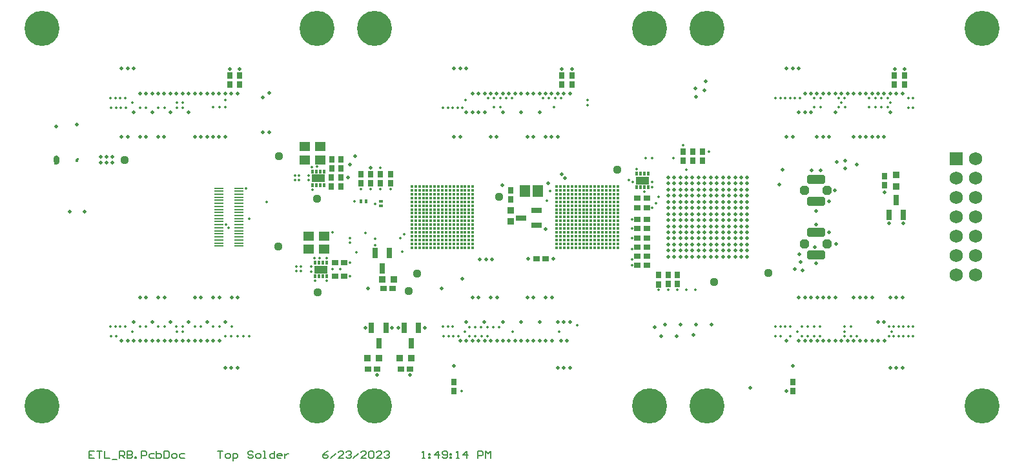
<source format=gts>
G04*
G04 #@! TF.GenerationSoftware,Altium Limited,Altium Designer,23.6.0 (18)*
G04*
G04 Layer_Color=8388736*
%FSLAX43Y43*%
%MOMM*%
G71*
G04*
G04 #@! TF.SameCoordinates,BD1C5E25-77D2-44B3-BBB9-DEE1D7037492*
G04*
G04*
G04 #@! TF.FilePolarity,Negative*
G04*
G01*
G75*
%ADD11C,0.200*%
%ADD36R,0.702X1.352*%
%ADD37C,1.118*%
G04:AMPARAMS|DCode=38|XSize=1.102mm|YSize=1.102mm|CornerRadius=0.176mm|HoleSize=0mm|Usage=FLASHONLY|Rotation=270.000|XOffset=0mm|YOffset=0mm|HoleType=Round|Shape=RoundedRectangle|*
%AMROUNDEDRECTD38*
21,1,1.102,0.750,0,0,270.0*
21,1,0.750,1.102,0,0,270.0*
1,1,0.352,-0.375,-0.375*
1,1,0.352,-0.375,0.375*
1,1,0.352,0.375,0.375*
1,1,0.352,0.375,-0.375*
%
%ADD38ROUNDEDRECTD38*%
G04:AMPARAMS|DCode=39|XSize=1.152mm|YSize=2.302mm|CornerRadius=0.182mm|HoleSize=0mm|Usage=FLASHONLY|Rotation=270.000|XOffset=0mm|YOffset=0mm|HoleType=Round|Shape=RoundedRectangle|*
%AMROUNDEDRECTD39*
21,1,1.152,1.938,0,0,270.0*
21,1,0.788,2.302,0,0,270.0*
1,1,0.364,-0.969,-0.394*
1,1,0.364,-0.969,0.394*
1,1,0.364,0.969,0.394*
1,1,0.364,0.969,-0.394*
%
%ADD39ROUNDEDRECTD39*%
%ADD40R,1.402X1.602*%
%ADD41R,0.902X0.702*%
%ADD42R,0.702X0.902*%
%ADD43R,0.802X0.902*%
%ADD44R,0.902X0.902*%
%ADD45C,0.502*%
%ADD46R,0.902X0.802*%
%ADD47R,1.196X0.276*%
%ADD48R,0.376X0.576*%
%ADD49R,1.676X0.976*%
%ADD50C,0.372*%
%ADD51R,1.452X1.202*%
%ADD52R,0.502X0.452*%
%ADD53R,0.902X0.902*%
%ADD54R,1.352X0.702*%
%ADD55R,0.452X0.502*%
%ADD56C,0.502*%
%ADD57C,0.350*%
%ADD58R,1.752X1.752*%
%ADD59C,1.752*%
%ADD60C,4.602*%
%ADD61C,0.349*%
G36*
X5126Y7870D02*
X5042Y7786D01*
Y7319D01*
X5033Y7309D01*
X5117Y7225D01*
Y7001D01*
X5238Y6880D01*
X5280Y6922D01*
X5416D01*
X5495Y7001D01*
X5626D01*
X5724Y7099D01*
X5733D01*
Y7132D01*
X5803Y7202D01*
Y7599D01*
X5757Y7646D01*
Y7814D01*
X5500Y8071D01*
X5289D01*
X5173Y7954D01*
X5154D01*
Y7903D01*
X5128Y7877D01*
Y7871D01*
X5126Y7870D01*
D02*
G37*
G36*
X8046Y7653D02*
X8013Y7654D01*
X7882Y7523D01*
Y7412D01*
X7948Y7347D01*
Y7302D01*
X7989Y7261D01*
X8177D01*
X8263Y7347D01*
Y7523D01*
X8288Y7548D01*
Y7728D01*
X8251Y7765D01*
X8206Y7720D01*
X8112D01*
X8046Y7653D01*
D02*
G37*
D11*
X10366Y-30667D02*
X9700D01*
Y-31667D01*
X10366D01*
X9700Y-31167D02*
X10033D01*
X10700Y-30667D02*
X11366D01*
X11033D01*
Y-31667D01*
X11699Y-30667D02*
Y-31667D01*
X12366D01*
X12699Y-31833D02*
X13365D01*
X13699Y-31667D02*
Y-30667D01*
X14199D01*
X14365Y-30834D01*
Y-31167D01*
X14199Y-31334D01*
X13699D01*
X14032D02*
X14365Y-31667D01*
X14698Y-30667D02*
Y-31667D01*
X15198D01*
X15365Y-31500D01*
Y-31334D01*
X15198Y-31167D01*
X14698D01*
X15198D01*
X15365Y-31000D01*
Y-30834D01*
X15198Y-30667D01*
X14698D01*
X15698Y-31667D02*
Y-31500D01*
X15865D01*
Y-31667D01*
X15698D01*
X16531D02*
Y-30667D01*
X17031D01*
X17198Y-30834D01*
Y-31167D01*
X17031Y-31334D01*
X16531D01*
X18197Y-31000D02*
X17697D01*
X17531Y-31167D01*
Y-31500D01*
X17697Y-31667D01*
X18197D01*
X18530Y-30667D02*
Y-31667D01*
X19030D01*
X19197Y-31500D01*
Y-31334D01*
Y-31167D01*
X19030Y-31000D01*
X18530D01*
X19530Y-30667D02*
Y-31667D01*
X20030D01*
X20197Y-31500D01*
Y-30834D01*
X20030Y-30667D01*
X19530D01*
X20696Y-31667D02*
X21030D01*
X21196Y-31500D01*
Y-31167D01*
X21030Y-31000D01*
X20696D01*
X20530Y-31167D01*
Y-31500D01*
X20696Y-31667D01*
X22196Y-31000D02*
X21696D01*
X21530Y-31167D01*
Y-31500D01*
X21696Y-31667D01*
X22196D01*
X26528Y-30667D02*
X27194D01*
X26861D01*
Y-31667D01*
X27694D02*
X28027D01*
X28194Y-31500D01*
Y-31167D01*
X28027Y-31000D01*
X27694D01*
X27528Y-31167D01*
Y-31500D01*
X27694Y-31667D01*
X28527Y-32000D02*
Y-31000D01*
X29027D01*
X29194Y-31167D01*
Y-31500D01*
X29027Y-31667D01*
X28527D01*
X31193Y-30834D02*
X31026Y-30667D01*
X30693D01*
X30527Y-30834D01*
Y-31000D01*
X30693Y-31167D01*
X31026D01*
X31193Y-31334D01*
Y-31500D01*
X31026Y-31667D01*
X30693D01*
X30527Y-31500D01*
X31693Y-31667D02*
X32026D01*
X32193Y-31500D01*
Y-31167D01*
X32026Y-31000D01*
X31693D01*
X31526Y-31167D01*
Y-31500D01*
X31693Y-31667D01*
X32526D02*
X32859D01*
X32693D01*
Y-30667D01*
X32526D01*
X34025D02*
Y-31667D01*
X33526D01*
X33359Y-31500D01*
Y-31167D01*
X33526Y-31000D01*
X34025D01*
X34859Y-31667D02*
X34525D01*
X34359Y-31500D01*
Y-31167D01*
X34525Y-31000D01*
X34859D01*
X35025Y-31167D01*
Y-31334D01*
X34359D01*
X35358Y-31000D02*
Y-31667D01*
Y-31334D01*
X35525Y-31167D01*
X35692Y-31000D01*
X35858D01*
X41023Y-30667D02*
X40690Y-30834D01*
X40357Y-31167D01*
Y-31500D01*
X40523Y-31667D01*
X40857D01*
X41023Y-31500D01*
Y-31334D01*
X40857Y-31167D01*
X40357D01*
X41356Y-31667D02*
X42023Y-31000D01*
X43023Y-31667D02*
X42356D01*
X43023Y-31000D01*
Y-30834D01*
X42856Y-30667D01*
X42523D01*
X42356Y-30834D01*
X43356D02*
X43522Y-30667D01*
X43856D01*
X44022Y-30834D01*
Y-31000D01*
X43856Y-31167D01*
X43689D01*
X43856D01*
X44022Y-31334D01*
Y-31500D01*
X43856Y-31667D01*
X43522D01*
X43356Y-31500D01*
X44355Y-31667D02*
X45022Y-31000D01*
X46022Y-31667D02*
X45355D01*
X46022Y-31000D01*
Y-30834D01*
X45855Y-30667D01*
X45522D01*
X45355Y-30834D01*
X46355D02*
X46521Y-30667D01*
X46855D01*
X47021Y-30834D01*
Y-31500D01*
X46855Y-31667D01*
X46521D01*
X46355Y-31500D01*
Y-30834D01*
X48021Y-31667D02*
X47355D01*
X48021Y-31000D01*
Y-30834D01*
X47854Y-30667D01*
X47521D01*
X47355Y-30834D01*
X48354D02*
X48521Y-30667D01*
X48854D01*
X49021Y-30834D01*
Y-31000D01*
X48854Y-31167D01*
X48687D01*
X48854D01*
X49021Y-31334D01*
Y-31500D01*
X48854Y-31667D01*
X48521D01*
X48354Y-31500D01*
X53353Y-31667D02*
X53686D01*
X53519D01*
Y-30667D01*
X53353Y-30834D01*
X54186Y-31000D02*
X54352D01*
Y-31167D01*
X54186D01*
Y-31000D01*
Y-31500D02*
X54352D01*
Y-31667D01*
X54186D01*
Y-31500D01*
X55519Y-31667D02*
Y-30667D01*
X55019Y-31167D01*
X55685D01*
X56018Y-31500D02*
X56185Y-31667D01*
X56518D01*
X56685Y-31500D01*
Y-30834D01*
X56518Y-30667D01*
X56185D01*
X56018Y-30834D01*
Y-31000D01*
X56185Y-31167D01*
X56685D01*
X57018Y-31000D02*
X57185D01*
Y-31167D01*
X57018D01*
Y-31000D01*
Y-31500D02*
X57185D01*
Y-31667D01*
X57018D01*
Y-31500D01*
X57851Y-31667D02*
X58184D01*
X58018D01*
Y-30667D01*
X57851Y-30834D01*
X59184Y-31667D02*
Y-30667D01*
X58684Y-31167D01*
X59351D01*
X60684Y-31667D02*
Y-30667D01*
X61183D01*
X61350Y-30834D01*
Y-31167D01*
X61183Y-31334D01*
X60684D01*
X61683Y-31667D02*
Y-30667D01*
X62016Y-31000D01*
X62350Y-30667D01*
Y-31667D01*
D36*
X116450Y250D02*
D03*
X115500Y2250D02*
D03*
X114550Y250D02*
D03*
X47168Y-4700D02*
D03*
X49068D02*
D03*
X48118Y-6700D02*
D03*
X51950Y-16550D02*
D03*
X47675Y-16550D02*
D03*
X52900Y-14550D02*
D03*
X48625Y-14550D02*
D03*
X51000Y-14550D02*
D03*
X46725Y-14550D02*
D03*
D37*
X63433Y2649D02*
D03*
X34575Y8025D02*
D03*
X14351Y7518D02*
D03*
X52700Y-7400D02*
D03*
X51600Y-9700D02*
D03*
X39625Y-9850D02*
D03*
X39600Y2400D02*
D03*
X78900Y6200D02*
D03*
X34500Y-3900D02*
D03*
X98781Y-7341D02*
D03*
X91669Y-8484D02*
D03*
D38*
X103500Y3500D02*
D03*
X106500D02*
D03*
X103500Y-3500D02*
D03*
X106500D02*
D03*
D39*
X105000Y2025D02*
D03*
Y4975D02*
D03*
Y-4975D02*
D03*
Y-2025D02*
D03*
D40*
X68566Y3429D02*
D03*
X66866D02*
D03*
D41*
X81600Y-1525D02*
D03*
X82800D02*
D03*
Y-5125D02*
D03*
X81600D02*
D03*
X82800Y-6325D02*
D03*
X81600D02*
D03*
X82800Y-3925D02*
D03*
X81600Y-325D02*
D03*
Y-2725D02*
D03*
X81600Y-3925D02*
D03*
X82800Y-325D02*
D03*
Y-2725D02*
D03*
D42*
X85600Y-8800D02*
D03*
Y-7600D02*
D03*
X86800D02*
D03*
Y-8800D02*
D03*
X90125Y8575D02*
D03*
X84400Y-8825D02*
D03*
Y-7625D02*
D03*
X90125Y7375D02*
D03*
X45300Y5600D02*
D03*
X46600D02*
D03*
X47900D02*
D03*
X49200D02*
D03*
X45300Y4400D02*
D03*
X46600D02*
D03*
X47900D02*
D03*
X49200D02*
D03*
D43*
X71700Y18600D02*
D03*
Y17400D02*
D03*
X73000Y18600D02*
D03*
Y17400D02*
D03*
X29400Y18600D02*
D03*
Y17400D02*
D03*
X28100Y18600D02*
D03*
Y17400D02*
D03*
X115300Y18600D02*
D03*
Y17400D02*
D03*
X116600Y18600D02*
D03*
Y17400D02*
D03*
X57545Y-22820D02*
D03*
Y-21620D02*
D03*
X101950Y-21625D02*
D03*
X114000Y5350D02*
D03*
X87575Y7375D02*
D03*
X88875D02*
D03*
X42700Y5200D02*
D03*
X41500Y7600D02*
D03*
Y6400D02*
D03*
X42700D02*
D03*
X64973Y2296D02*
D03*
X41400Y4000D02*
D03*
X42700Y4000D02*
D03*
X64973Y3496D02*
D03*
X87575Y8575D02*
D03*
X114000Y4150D02*
D03*
X41400Y5200D02*
D03*
X88875Y8575D02*
D03*
X42700Y7600D02*
D03*
X101950Y-22825D02*
D03*
D44*
X46175Y-18500D02*
D03*
X47675D02*
D03*
X51950D02*
D03*
X50450D02*
D03*
X48150Y-8175D02*
D03*
X49650D02*
D03*
D45*
X85600Y-2000D02*
D03*
X92000Y-5200D02*
D03*
X92800D02*
D03*
X93600D02*
D03*
X94400D02*
D03*
X95200D02*
D03*
X96000D02*
D03*
X92000Y-4400D02*
D03*
X92800D02*
D03*
X93600D02*
D03*
X94400D02*
D03*
X92000Y-3600D02*
D03*
X92800D02*
D03*
X93600D02*
D03*
X94400D02*
D03*
X96000Y-1200D02*
D03*
X94400Y-400D02*
D03*
X95200D02*
D03*
X96000D02*
D03*
X94400Y400D02*
D03*
X95200D02*
D03*
X96000D02*
D03*
X85600Y1200D02*
D03*
X94400D02*
D03*
X95200D02*
D03*
X96000D02*
D03*
X85600Y2000D02*
D03*
X86400D02*
D03*
X87200D02*
D03*
X94400D02*
D03*
X95200D02*
D03*
X96000D02*
D03*
X85600Y2800D02*
D03*
X86400D02*
D03*
X89600D02*
D03*
X90400D02*
D03*
X91200D02*
D03*
X94400D02*
D03*
X95200D02*
D03*
X85600Y3600D02*
D03*
X86400D02*
D03*
X87200D02*
D03*
X88000D02*
D03*
X88800D02*
D03*
X89600D02*
D03*
X90400D02*
D03*
X91200D02*
D03*
X92000D02*
D03*
X92800D02*
D03*
X93600D02*
D03*
X94400D02*
D03*
X95200D02*
D03*
X96000D02*
D03*
X85600Y4400D02*
D03*
X86400D02*
D03*
X87200D02*
D03*
X88000D02*
D03*
X88800D02*
D03*
X89600D02*
D03*
X90400D02*
D03*
X91200D02*
D03*
X92000D02*
D03*
X93600D02*
D03*
X94400D02*
D03*
X96000D02*
D03*
X85600Y5200D02*
D03*
X86400D02*
D03*
X87200D02*
D03*
X88000D02*
D03*
X88800D02*
D03*
X89600D02*
D03*
X90400D02*
D03*
X91200D02*
D03*
X92000D02*
D03*
X93600D02*
D03*
X94400D02*
D03*
X96000D02*
D03*
X89600Y400D02*
D03*
X88800D02*
D03*
X89600Y-400D02*
D03*
X88800D02*
D03*
X89600Y-1200D02*
D03*
X88800D02*
D03*
X89600Y-2000D02*
D03*
X88800D02*
D03*
X89600Y-2800D02*
D03*
X88800D02*
D03*
X88000Y-3600D02*
D03*
X92000Y-400D02*
D03*
X91200D02*
D03*
X90400D02*
D03*
X93600Y-1200D02*
D03*
X92800D02*
D03*
X92000D02*
D03*
X91200D02*
D03*
X90400D02*
D03*
X93600Y-2000D02*
D03*
X92800D02*
D03*
X92000D02*
D03*
X91200D02*
D03*
X90400D02*
D03*
X93600Y-2800D02*
D03*
X92800D02*
D03*
X92000D02*
D03*
X91200D02*
D03*
X90400D02*
D03*
X87200Y-5200D02*
D03*
X93600Y2800D02*
D03*
X92800D02*
D03*
X92000D02*
D03*
X88800D02*
D03*
X88000D02*
D03*
X93600Y2000D02*
D03*
X92800D02*
D03*
X92000D02*
D03*
X91200D02*
D03*
X90400D02*
D03*
X89600D02*
D03*
X88800D02*
D03*
X88000D02*
D03*
X93600Y1200D02*
D03*
X92800D02*
D03*
X92000D02*
D03*
X91200D02*
D03*
X90400D02*
D03*
X89600D02*
D03*
X88800D02*
D03*
X88000D02*
D03*
X93600Y400D02*
D03*
X92800D02*
D03*
X92000D02*
D03*
X91200D02*
D03*
X90400D02*
D03*
X88000D02*
D03*
X93600Y-400D02*
D03*
X92800D02*
D03*
X88000D02*
D03*
Y-1200D02*
D03*
Y-2000D02*
D03*
Y-2800D02*
D03*
X91200Y-3600D02*
D03*
X90400D02*
D03*
X89600D02*
D03*
X88800D02*
D03*
X91200Y-4400D02*
D03*
X90400D02*
D03*
X87200D02*
D03*
X91200Y-5200D02*
D03*
X90400D02*
D03*
X88000Y-4400D02*
D03*
Y-5200D02*
D03*
X88800Y-4400D02*
D03*
X89600D02*
D03*
X88800Y-5200D02*
D03*
X89600D02*
D03*
X96000Y-2000D02*
D03*
X95200Y-2800D02*
D03*
Y-4400D02*
D03*
Y4400D02*
D03*
X92800D02*
D03*
X95200Y5200D02*
D03*
X92800D02*
D03*
X96000Y-4400D02*
D03*
X87200Y2800D02*
D03*
X86400Y-5200D02*
D03*
X85600D02*
D03*
X86400Y-4400D02*
D03*
X85600D02*
D03*
X87200Y-3600D02*
D03*
X86400D02*
D03*
X85600D02*
D03*
X87200Y-2800D02*
D03*
X86400D02*
D03*
X85600D02*
D03*
X87200Y-2000D02*
D03*
X86400D02*
D03*
X87200Y-1200D02*
D03*
X86400D02*
D03*
X85600D02*
D03*
X87200Y-400D02*
D03*
X86400D02*
D03*
X85600D02*
D03*
X87200Y400D02*
D03*
X86400D02*
D03*
X85600D02*
D03*
X87200Y1200D02*
D03*
X86400D02*
D03*
X95200Y-3600D02*
D03*
X96000D02*
D03*
X94400Y-2800D02*
D03*
X96000D02*
D03*
X94400Y-2000D02*
D03*
X95200D02*
D03*
X94400Y-1200D02*
D03*
X95200D02*
D03*
X96000Y2800D02*
D03*
X27550Y-19800D02*
D03*
X28350D02*
D03*
X29150D02*
D03*
X71700Y5600D02*
D03*
X72100Y5100D02*
D03*
X63830Y4140D02*
D03*
X60755Y13761D02*
D03*
X59955D02*
D03*
X20355Y-16239D02*
D03*
X19555D02*
D03*
X18755D02*
D03*
X21155D02*
D03*
X16355D02*
D03*
X17155D02*
D03*
X26755D02*
D03*
X25155D02*
D03*
X24355D02*
D03*
X23555D02*
D03*
X22755D02*
D03*
X21955D02*
D03*
X25955D02*
D03*
X69571Y-1549D02*
D03*
X16355Y-10509D02*
D03*
X17155D02*
D03*
X17945Y-13761D02*
D03*
X15545D02*
D03*
X20345D02*
D03*
X22745D02*
D03*
X25145D02*
D03*
X27545D02*
D03*
X13955Y-16239D02*
D03*
X14755D02*
D03*
X15555D02*
D03*
X17955D02*
D03*
X26755Y-10509D02*
D03*
X25955D02*
D03*
X23555D02*
D03*
X24355D02*
D03*
X29155D02*
D03*
X28355D02*
D03*
X19555D02*
D03*
X18755D02*
D03*
X69901Y4470D02*
D03*
X12700Y7899D02*
D03*
X110363Y6858D02*
D03*
X108839Y6350D02*
D03*
X107696Y7239D02*
D03*
X108839Y7366D02*
D03*
X91313Y-14097D02*
D03*
X106680Y2032D02*
D03*
X105004Y-965D02*
D03*
X104877Y-3988D02*
D03*
X104996Y-6027D02*
D03*
X90551Y17780D02*
D03*
X105613Y6147D02*
D03*
X104419D02*
D03*
X107493Y3505D02*
D03*
X107620Y-3505D02*
D03*
X106702Y-2025D02*
D03*
X105004Y813D02*
D03*
X46253Y-9398D02*
D03*
X90399Y16662D02*
D03*
X89205Y16840D02*
D03*
X89306Y15748D02*
D03*
X102800Y-4900D02*
D03*
X102225Y-6800D02*
D03*
X103250Y-7000D02*
D03*
X102975Y-5875D02*
D03*
X100628Y6172D02*
D03*
X100225Y4275D02*
D03*
X70600Y-5475D02*
D03*
X46600Y6500D02*
D03*
X43650Y5200D02*
D03*
X44600Y8000D02*
D03*
X43900Y6900D02*
D03*
X96400Y-22400D02*
D03*
D46*
X68350Y-5475D02*
D03*
X69550D02*
D03*
X50581Y-19939D02*
D03*
X46263D02*
D03*
X41925Y-5975D02*
D03*
X49500Y-9400D02*
D03*
X41925Y-7775D02*
D03*
X81600Y2500D02*
D03*
X81600Y1200D02*
D03*
X48300Y-9400D02*
D03*
X51781Y-19939D02*
D03*
X47463D02*
D03*
X82800Y1200D02*
D03*
X43125Y-7775D02*
D03*
Y-5975D02*
D03*
X82800Y2500D02*
D03*
D47*
X26670Y-3800D02*
D03*
Y-200D02*
D03*
Y200D02*
D03*
X29330Y1000D02*
D03*
X26670D02*
D03*
X29330Y1400D02*
D03*
X26670D02*
D03*
X29330Y2200D02*
D03*
Y2600D02*
D03*
X26670Y3800D02*
D03*
Y3400D02*
D03*
X29330Y-3400D02*
D03*
Y-3800D02*
D03*
Y3800D02*
D03*
Y3400D02*
D03*
X26670Y3000D02*
D03*
X29330D02*
D03*
X26670Y2600D02*
D03*
Y1800D02*
D03*
X29330D02*
D03*
X26670Y600D02*
D03*
X29330D02*
D03*
X26670Y-600D02*
D03*
X29330D02*
D03*
X26670Y-1800D02*
D03*
X29330D02*
D03*
X26670Y-3000D02*
D03*
X29330D02*
D03*
X26670Y-1000D02*
D03*
Y-1400D02*
D03*
Y-2200D02*
D03*
Y-2600D02*
D03*
Y2200D02*
D03*
X29330Y-1000D02*
D03*
Y-1400D02*
D03*
Y-2200D02*
D03*
Y-2600D02*
D03*
Y-200D02*
D03*
Y200D02*
D03*
X26670Y-3400D02*
D03*
D48*
X40325Y-7775D02*
D03*
X39825D02*
D03*
X40325Y-5975D02*
D03*
X39325Y-7775D02*
D03*
X40825D02*
D03*
Y-5975D02*
D03*
X39825D02*
D03*
X39325D02*
D03*
X39000Y6000D02*
D03*
X39500D02*
D03*
X40500D02*
D03*
Y4200D02*
D03*
X81500Y3900D02*
D03*
Y5700D02*
D03*
X39000Y4200D02*
D03*
X83000Y5700D02*
D03*
X40000Y6000D02*
D03*
X82000Y3900D02*
D03*
X83000D02*
D03*
X82500D02*
D03*
Y5700D02*
D03*
X82000D02*
D03*
X39500Y4200D02*
D03*
X40000D02*
D03*
D49*
X40075Y-6875D02*
D03*
X39750Y5100D02*
D03*
X82250Y4800D02*
D03*
D50*
X75500Y-500D02*
D03*
Y0D02*
D03*
X72500Y-1000D02*
D03*
Y-500D02*
D03*
Y0D02*
D03*
Y500D02*
D03*
X71500Y2500D02*
D03*
X79000Y-4000D02*
D03*
X78500D02*
D03*
X78000D02*
D03*
X77500D02*
D03*
X76500D02*
D03*
X75500D02*
D03*
X75000D02*
D03*
X74500D02*
D03*
X73500D02*
D03*
X72500D02*
D03*
X71000D02*
D03*
X79000Y-3500D02*
D03*
X78500D02*
D03*
X78000D02*
D03*
X77500D02*
D03*
X76500D02*
D03*
X75500D02*
D03*
X75000D02*
D03*
X74500D02*
D03*
X73500D02*
D03*
X72500D02*
D03*
X71500D02*
D03*
X71000D02*
D03*
X79000Y-3000D02*
D03*
X78500D02*
D03*
X78000D02*
D03*
X77500D02*
D03*
X77000D02*
D03*
X76500D02*
D03*
X76000D02*
D03*
X75500D02*
D03*
X75000D02*
D03*
X74500D02*
D03*
X74000D02*
D03*
X73500D02*
D03*
X73000D02*
D03*
X72500D02*
D03*
X72000D02*
D03*
X78000Y-2500D02*
D03*
X77500D02*
D03*
X77000D02*
D03*
X76500D02*
D03*
X76000D02*
D03*
X75500D02*
D03*
X75000D02*
D03*
X74500D02*
D03*
X74000D02*
D03*
X73500D02*
D03*
X73000D02*
D03*
X72500D02*
D03*
X79000Y-2000D02*
D03*
X78500D02*
D03*
X78000D02*
D03*
X77500D02*
D03*
X77000D02*
D03*
X76500D02*
D03*
X76000D02*
D03*
X75500D02*
D03*
X75000D02*
D03*
X74500D02*
D03*
X74000D02*
D03*
X73500D02*
D03*
X73000D02*
D03*
X72500D02*
D03*
X78000Y-1500D02*
D03*
X77500D02*
D03*
X76000D02*
D03*
X75500D02*
D03*
X75000D02*
D03*
X74500D02*
D03*
X74000D02*
D03*
X73500D02*
D03*
X73000D02*
D03*
X72500D02*
D03*
X71000D02*
D03*
X79000Y-1000D02*
D03*
X78500D02*
D03*
X78000D02*
D03*
X77500D02*
D03*
X75000D02*
D03*
X74500D02*
D03*
X74000D02*
D03*
X73500D02*
D03*
X73000D02*
D03*
X71000D02*
D03*
X79000Y-500D02*
D03*
X78500D02*
D03*
X78000D02*
D03*
X77500D02*
D03*
X79000Y0D02*
D03*
X78500D02*
D03*
X78000D02*
D03*
X77500D02*
D03*
X78000Y500D02*
D03*
X77500D02*
D03*
X79000Y1000D02*
D03*
X78500D02*
D03*
X78000D02*
D03*
X77500D02*
D03*
X78000Y1500D02*
D03*
X77500D02*
D03*
X77000D02*
D03*
X76500D02*
D03*
X76000D02*
D03*
X75500D02*
D03*
X74000D02*
D03*
X73500D02*
D03*
X73000D02*
D03*
X79000Y2000D02*
D03*
X78500D02*
D03*
X78000D02*
D03*
X77500D02*
D03*
X77000D02*
D03*
X76500D02*
D03*
X76000D02*
D03*
X75500D02*
D03*
X74000D02*
D03*
X73500D02*
D03*
X73000D02*
D03*
X71000D02*
D03*
X79000Y2500D02*
D03*
X78500D02*
D03*
X78000D02*
D03*
X77500D02*
D03*
X77000D02*
D03*
X76500D02*
D03*
X76000D02*
D03*
X75500D02*
D03*
X75000D02*
D03*
X74500D02*
D03*
X74000D02*
D03*
X73500D02*
D03*
X73000D02*
D03*
X72500D02*
D03*
X71000D02*
D03*
X79000Y3000D02*
D03*
X78500D02*
D03*
X78000D02*
D03*
X77500D02*
D03*
X77000D02*
D03*
X76500D02*
D03*
X76000D02*
D03*
X75500D02*
D03*
X75000D02*
D03*
X74500D02*
D03*
X74000D02*
D03*
X73500D02*
D03*
X73000D02*
D03*
X72500D02*
D03*
X72000D02*
D03*
X71500D02*
D03*
X71000D02*
D03*
X79000Y3500D02*
D03*
X78500D02*
D03*
X78000D02*
D03*
X77000D02*
D03*
X76000D02*
D03*
X75000D02*
D03*
X74000D02*
D03*
X73500D02*
D03*
X73000D02*
D03*
X72500D02*
D03*
X72000D02*
D03*
X79000Y4000D02*
D03*
X78500D02*
D03*
X78000D02*
D03*
X77000D02*
D03*
X76000D02*
D03*
X75000D02*
D03*
X74000D02*
D03*
X73500D02*
D03*
X73000D02*
D03*
X72500D02*
D03*
X72000D02*
D03*
Y2500D02*
D03*
X71500Y2000D02*
D03*
X73000Y1000D02*
D03*
X71500Y-2500D02*
D03*
X72000Y-3500D02*
D03*
Y2000D02*
D03*
Y1500D02*
D03*
Y1000D02*
D03*
Y500D02*
D03*
Y0D02*
D03*
Y-500D02*
D03*
Y-1000D02*
D03*
Y-1500D02*
D03*
Y-2000D02*
D03*
X72500Y2000D02*
D03*
X73000Y0D02*
D03*
X73500D02*
D03*
Y-500D02*
D03*
X74000Y0D02*
D03*
Y-500D02*
D03*
X74500Y0D02*
D03*
Y-500D02*
D03*
X75000Y0D02*
D03*
Y-500D02*
D03*
X75500Y-1000D02*
D03*
X76000Y0D02*
D03*
Y-500D02*
D03*
Y-1000D02*
D03*
X76500Y-500D02*
D03*
Y-1000D02*
D03*
Y-1500D02*
D03*
X77000Y-500D02*
D03*
Y-1000D02*
D03*
Y-1500D02*
D03*
X74500Y2000D02*
D03*
X75000D02*
D03*
X74500Y1500D02*
D03*
X75000D02*
D03*
X73000Y-500D02*
D03*
X71000Y1500D02*
D03*
Y0D02*
D03*
Y-500D02*
D03*
Y-2000D02*
D03*
X71500Y1500D02*
D03*
Y1000D02*
D03*
Y500D02*
D03*
Y0D02*
D03*
Y-500D02*
D03*
Y-1000D02*
D03*
Y-1500D02*
D03*
Y-2000D02*
D03*
X72500Y1500D02*
D03*
Y1000D02*
D03*
X73000Y500D02*
D03*
X73500Y1000D02*
D03*
Y500D02*
D03*
X74000Y1000D02*
D03*
Y500D02*
D03*
X74500Y1000D02*
D03*
Y500D02*
D03*
X75000Y1000D02*
D03*
Y500D02*
D03*
X75500Y1000D02*
D03*
Y500D02*
D03*
X76000Y1000D02*
D03*
Y500D02*
D03*
X76500Y1000D02*
D03*
Y500D02*
D03*
Y0D02*
D03*
X77000Y1000D02*
D03*
Y500D02*
D03*
Y0D02*
D03*
X71500Y-4000D02*
D03*
X72000D02*
D03*
Y-2500D02*
D03*
X71000Y500D02*
D03*
Y1000D02*
D03*
Y-2500D02*
D03*
Y-3000D02*
D03*
X73000Y-4000D02*
D03*
Y-3500D02*
D03*
X76000Y-4000D02*
D03*
Y-3500D02*
D03*
X79000Y-2500D02*
D03*
X78500D02*
D03*
X79000Y500D02*
D03*
X78500D02*
D03*
X77500Y4000D02*
D03*
Y3500D02*
D03*
X75500Y4000D02*
D03*
Y3500D02*
D03*
X74000Y-4000D02*
D03*
Y-3500D02*
D03*
X77000Y-4000D02*
D03*
Y-3500D02*
D03*
X79000Y-1500D02*
D03*
X78500D02*
D03*
X79000Y1500D02*
D03*
X78500D02*
D03*
X76500Y4000D02*
D03*
Y3500D02*
D03*
X74500Y4000D02*
D03*
Y3500D02*
D03*
X71500Y-3000D02*
D03*
Y4000D02*
D03*
X71000D02*
D03*
X71500Y3500D02*
D03*
X71000D02*
D03*
X55500Y4000D02*
D03*
X57000Y-2000D02*
D03*
X52000Y2500D02*
D03*
X58500D02*
D03*
X59000D02*
D03*
X56000D02*
D03*
X57000Y-1500D02*
D03*
X57500Y-2000D02*
D03*
X52500Y-3000D02*
D03*
X53000Y3000D02*
D03*
X52500Y-4000D02*
D03*
X56000Y3000D02*
D03*
X57000Y2500D02*
D03*
Y3000D02*
D03*
X55000Y-2500D02*
D03*
Y-3000D02*
D03*
X53500Y2500D02*
D03*
Y3000D02*
D03*
X54000Y2500D02*
D03*
Y3000D02*
D03*
X59000Y3500D02*
D03*
Y4000D02*
D03*
X58500Y3000D02*
D03*
X59000D02*
D03*
X59500Y4000D02*
D03*
X60000D02*
D03*
X59500Y3500D02*
D03*
X60000D02*
D03*
X55500D02*
D03*
X57500D02*
D03*
Y4000D02*
D03*
X59500Y1500D02*
D03*
X60000D02*
D03*
X59500Y-1500D02*
D03*
X60000D02*
D03*
X58000Y-3500D02*
D03*
Y-4000D02*
D03*
X55000Y-3500D02*
D03*
Y-4000D02*
D03*
X52500Y2500D02*
D03*
X59500Y-500D02*
D03*
X60000D02*
D03*
Y-4000D02*
D03*
X59500D02*
D03*
X60000Y-3500D02*
D03*
X59500D02*
D03*
X60000Y-3000D02*
D03*
X59500D02*
D03*
X53000Y-2500D02*
D03*
X52000Y-1500D02*
D03*
Y-1000D02*
D03*
Y500D02*
D03*
Y1000D02*
D03*
X52500Y4000D02*
D03*
X54000Y1500D02*
D03*
Y2000D02*
D03*
X54500Y1500D02*
D03*
Y2000D02*
D03*
X55500Y-1500D02*
D03*
X54500Y-1000D02*
D03*
X53000Y-4000D02*
D03*
X55500Y2000D02*
D03*
Y1500D02*
D03*
X52000D02*
D03*
Y0D02*
D03*
Y-500D02*
D03*
Y-2000D02*
D03*
X52500Y1500D02*
D03*
Y1000D02*
D03*
Y500D02*
D03*
Y0D02*
D03*
Y-500D02*
D03*
Y-1000D02*
D03*
Y-1500D02*
D03*
Y-2000D02*
D03*
X53500Y1500D02*
D03*
Y1000D02*
D03*
X54000Y500D02*
D03*
X54500Y1000D02*
D03*
Y500D02*
D03*
X55000Y1000D02*
D03*
Y500D02*
D03*
X55500Y1000D02*
D03*
Y500D02*
D03*
X56000Y1000D02*
D03*
Y500D02*
D03*
X56500Y1000D02*
D03*
Y500D02*
D03*
X57000Y1000D02*
D03*
Y500D02*
D03*
X57500Y1000D02*
D03*
Y500D02*
D03*
Y0D02*
D03*
X58000Y1000D02*
D03*
Y500D02*
D03*
Y0D02*
D03*
Y-2000D02*
D03*
Y2500D02*
D03*
Y3000D02*
D03*
X56000Y-2500D02*
D03*
Y-3000D02*
D03*
X54000Y-2500D02*
D03*
Y-3000D02*
D03*
X56500Y3500D02*
D03*
Y4000D02*
D03*
X58500Y3500D02*
D03*
Y4000D02*
D03*
X59500Y500D02*
D03*
X60000D02*
D03*
X59500Y-2500D02*
D03*
X60000D02*
D03*
X57000Y-3500D02*
D03*
Y-4000D02*
D03*
X54000Y-3500D02*
D03*
Y-4000D02*
D03*
X58500Y-2500D02*
D03*
Y-3000D02*
D03*
X58000Y-2500D02*
D03*
Y-3000D02*
D03*
X56500Y-3500D02*
D03*
Y-4000D02*
D03*
X56000Y-3500D02*
D03*
Y-4000D02*
D03*
X53500Y-2500D02*
D03*
Y-3000D02*
D03*
Y-3500D02*
D03*
Y-4000D02*
D03*
X52000Y3000D02*
D03*
Y3500D02*
D03*
Y4000D02*
D03*
X52500Y3500D02*
D03*
X53000Y2500D02*
D03*
X52000Y2000D02*
D03*
X56000D02*
D03*
Y1500D02*
D03*
X54000Y1000D02*
D03*
Y-500D02*
D03*
X52500Y-2500D02*
D03*
X53000Y-3500D02*
D03*
Y2000D02*
D03*
Y1500D02*
D03*
Y1000D02*
D03*
Y500D02*
D03*
Y0D02*
D03*
Y-500D02*
D03*
Y-1000D02*
D03*
Y-1500D02*
D03*
Y-2000D02*
D03*
X53500Y2000D02*
D03*
X54000Y0D02*
D03*
X54500D02*
D03*
Y-500D02*
D03*
X55000Y0D02*
D03*
Y-500D02*
D03*
X55500Y0D02*
D03*
Y-500D02*
D03*
X56000Y0D02*
D03*
Y-500D02*
D03*
X56500Y-1000D02*
D03*
X57000Y0D02*
D03*
Y-500D02*
D03*
Y-1000D02*
D03*
X57500Y-500D02*
D03*
Y-1000D02*
D03*
Y-1500D02*
D03*
X58000Y-500D02*
D03*
Y-1000D02*
D03*
Y-1500D02*
D03*
X56500Y-500D02*
D03*
Y0D02*
D03*
X53500Y-1000D02*
D03*
Y-500D02*
D03*
Y0D02*
D03*
Y500D02*
D03*
X59000Y-4000D02*
D03*
X58500D02*
D03*
X57500D02*
D03*
X55500D02*
D03*
X54500D02*
D03*
X52000D02*
D03*
X59000Y-3500D02*
D03*
X58500D02*
D03*
X57500D02*
D03*
X55500D02*
D03*
X54500D02*
D03*
X52500D02*
D03*
X52000D02*
D03*
X59000Y-3000D02*
D03*
X57500D02*
D03*
X57000D02*
D03*
X56500D02*
D03*
X55500D02*
D03*
X54500D02*
D03*
X53000D02*
D03*
X52000D02*
D03*
X59000Y-2500D02*
D03*
X57500D02*
D03*
X57000D02*
D03*
X56500D02*
D03*
X55500D02*
D03*
X54500D02*
D03*
X52000D02*
D03*
X60000Y-2000D02*
D03*
X59500D02*
D03*
X59000D02*
D03*
X58500D02*
D03*
X56500D02*
D03*
X56000D02*
D03*
X55500D02*
D03*
X55000D02*
D03*
X54500D02*
D03*
X54000D02*
D03*
X53500D02*
D03*
X59000Y-1500D02*
D03*
X58500D02*
D03*
X56500D02*
D03*
X56000D02*
D03*
X55000D02*
D03*
X54500D02*
D03*
X54000D02*
D03*
X53500D02*
D03*
X60000Y-1000D02*
D03*
X59500D02*
D03*
X59000D02*
D03*
X58500D02*
D03*
X56000D02*
D03*
X55500D02*
D03*
X55000D02*
D03*
X54000D02*
D03*
X59000Y-500D02*
D03*
X58500D02*
D03*
X60000Y0D02*
D03*
X59500D02*
D03*
X59000D02*
D03*
X58500D02*
D03*
X59000Y500D02*
D03*
X58500D02*
D03*
X60000Y1000D02*
D03*
X59500D02*
D03*
X59000D02*
D03*
X58500D02*
D03*
X59000Y1500D02*
D03*
X58500D02*
D03*
X58000D02*
D03*
X57500D02*
D03*
X57000D02*
D03*
X56500D02*
D03*
X55000D02*
D03*
X60000Y2000D02*
D03*
X59500D02*
D03*
X59000D02*
D03*
X58500D02*
D03*
X58000D02*
D03*
X57500D02*
D03*
X57000D02*
D03*
X56500D02*
D03*
X55000D02*
D03*
X52500D02*
D03*
X60000Y2500D02*
D03*
X59500D02*
D03*
X57500D02*
D03*
X56500D02*
D03*
X55500D02*
D03*
X55000D02*
D03*
X54500D02*
D03*
X60000Y3000D02*
D03*
X59500D02*
D03*
X57500D02*
D03*
X56500D02*
D03*
X55500D02*
D03*
X55000D02*
D03*
X54500D02*
D03*
X52500D02*
D03*
X58000Y3500D02*
D03*
X57000D02*
D03*
X56000D02*
D03*
X55000D02*
D03*
X54500D02*
D03*
X54000D02*
D03*
X53500D02*
D03*
X53000D02*
D03*
X58000Y4000D02*
D03*
X57000D02*
D03*
X56000D02*
D03*
X55000D02*
D03*
X54500D02*
D03*
X54000D02*
D03*
X53500D02*
D03*
X53000D02*
D03*
D51*
X40500Y-2475D02*
D03*
Y-4225D02*
D03*
X38500D02*
D03*
X38000Y7507D02*
D03*
X40000D02*
D03*
X38000Y9257D02*
D03*
X40000D02*
D03*
X38500Y-2475D02*
D03*
D52*
X47950Y1450D02*
D03*
Y2100D02*
D03*
D53*
X115500Y4000D02*
D03*
Y5500D02*
D03*
X64973Y-580D02*
D03*
Y920D02*
D03*
D54*
X68350Y-1050D02*
D03*
X66350Y-100D02*
D03*
X68350Y850D02*
D03*
D55*
X45350Y2100D02*
D03*
X46000D02*
D03*
D56*
X59155Y13761D02*
D03*
X68755D02*
D03*
X71145Y10509D02*
D03*
X66355Y13761D02*
D03*
X63955D02*
D03*
X61555D02*
D03*
X114755D02*
D03*
X109945Y10509D02*
D03*
X102755Y13761D02*
D03*
X107555D02*
D03*
X105145Y10509D02*
D03*
X112345D02*
D03*
X72352Y-16231D02*
D03*
X71552D02*
D03*
X59155Y19491D02*
D03*
X58355D02*
D03*
X57555D02*
D03*
X114750Y-19800D02*
D03*
X115550D02*
D03*
X116350D02*
D03*
X72750D02*
D03*
X71950D02*
D03*
X71150D02*
D03*
X13955Y19491D02*
D03*
X14755D02*
D03*
X15555D02*
D03*
X101155D02*
D03*
X101955D02*
D03*
X102755D02*
D03*
X60900Y-5550D02*
D03*
X58598Y-8077D02*
D03*
X55900Y-9400D02*
D03*
X20345Y16239D02*
D03*
X108355Y-16239D02*
D03*
X114554Y-787D02*
D03*
X107555Y-16239D02*
D03*
X63155D02*
D03*
X72745Y-13761D02*
D03*
X71945D02*
D03*
X103555Y13761D02*
D03*
X104355D02*
D03*
X113145Y-13761D02*
D03*
X113945D02*
D03*
X109945Y16239D02*
D03*
X110745D02*
D03*
X111545D02*
D03*
X109145D02*
D03*
X113945D02*
D03*
X113145D02*
D03*
X103545D02*
D03*
X105145D02*
D03*
X105945D02*
D03*
X106745D02*
D03*
X107545D02*
D03*
X108345D02*
D03*
X104345D02*
D03*
X112345D02*
D03*
X114745D02*
D03*
X115545D02*
D03*
X116345D02*
D03*
X66345D02*
D03*
X67145D02*
D03*
X67945D02*
D03*
X65545D02*
D03*
X70345D02*
D03*
X69545D02*
D03*
X59945D02*
D03*
X61545D02*
D03*
X62345D02*
D03*
X63145D02*
D03*
X63945D02*
D03*
X64745D02*
D03*
X60745D02*
D03*
X68745D02*
D03*
X71145D02*
D03*
X71945D02*
D03*
X72745D02*
D03*
X27545Y10509D02*
D03*
X25145D02*
D03*
X29145Y16239D02*
D03*
X28345D02*
D03*
X27545D02*
D03*
X25145D02*
D03*
X17145D02*
D03*
X21145D02*
D03*
X19545D02*
D03*
X18745D02*
D03*
X17945D02*
D03*
X16345D02*
D03*
X25945D02*
D03*
X26745D02*
D03*
X21945D02*
D03*
X24345D02*
D03*
X23545D02*
D03*
X22745D02*
D03*
X69555Y-16239D02*
D03*
X67155D02*
D03*
X67955D02*
D03*
X68755D02*
D03*
X64755D02*
D03*
X62355D02*
D03*
X63955D02*
D03*
X70355D02*
D03*
X66355D02*
D03*
X65555D02*
D03*
X60755D02*
D03*
X58355D02*
D03*
X59155D02*
D03*
X59955D02*
D03*
X61555D02*
D03*
X57545Y-19491D02*
D03*
X116459Y-813D02*
D03*
X105955Y-16239D02*
D03*
X106755D02*
D03*
X113155D02*
D03*
X112355D02*
D03*
X111555D02*
D03*
X110755D02*
D03*
X68745Y-13761D02*
D03*
X113955Y-16239D02*
D03*
X109155D02*
D03*
X109955D02*
D03*
X114755Y-10509D02*
D03*
X112355D02*
D03*
X109955D02*
D03*
X107555D02*
D03*
X105155D02*
D03*
X102755D02*
D03*
X101155Y-16239D02*
D03*
X102755D02*
D03*
X101945Y-19491D02*
D03*
X105155Y-16239D02*
D03*
X104355D02*
D03*
X103555D02*
D03*
X25945Y10509D02*
D03*
X17145D02*
D03*
X16345D02*
D03*
X69555Y-10509D02*
D03*
X70355D02*
D03*
X24345Y10509D02*
D03*
X23545D02*
D03*
X14745D02*
D03*
X13945D02*
D03*
X67945D02*
D03*
X67145D02*
D03*
X101145D02*
D03*
X101945D02*
D03*
X58345D02*
D03*
X57545D02*
D03*
X111545D02*
D03*
X110745D02*
D03*
X26745D02*
D03*
X70345D02*
D03*
X69545D02*
D03*
X113945D02*
D03*
X113145D02*
D03*
X103555Y-10509D02*
D03*
X104355D02*
D03*
X60755D02*
D03*
X59955D02*
D03*
X59132Y-13748D02*
D03*
X61532D02*
D03*
X63932D02*
D03*
X66332D02*
D03*
X71132D02*
D03*
X15555Y13761D02*
D03*
X17955D02*
D03*
X20355D02*
D03*
X22755D02*
D03*
X19545Y10509D02*
D03*
X18745D02*
D03*
X63145D02*
D03*
X62345D02*
D03*
X106745D02*
D03*
X105945D02*
D03*
X110755Y-10509D02*
D03*
X111555D02*
D03*
X67155D02*
D03*
X67955D02*
D03*
X105955D02*
D03*
X106755D02*
D03*
X115555D02*
D03*
X116355D02*
D03*
X62368Y-10522D02*
D03*
X63168D02*
D03*
X8103Y12141D02*
D03*
X11176Y7137D02*
D03*
X11938Y7899D02*
D03*
X12700Y7137D02*
D03*
X11176Y7899D02*
D03*
X11938Y7137D02*
D03*
X113995Y3226D02*
D03*
X115311Y19450D02*
D03*
X116611D02*
D03*
X88900Y-15494D02*
D03*
X89281Y-14097D02*
D03*
X86741Y-15621D02*
D03*
X85217Y-14097D02*
D03*
X87249D02*
D03*
X84709Y-15621D02*
D03*
X5385Y11862D02*
D03*
X32500Y15700D02*
D03*
X9068Y730D02*
D03*
X7168Y730D02*
D03*
X47463Y-20739D02*
D03*
X51781D02*
D03*
X62525Y-5550D02*
D03*
X61725D02*
D03*
X83820Y-14478D02*
D03*
X32436Y11151D02*
D03*
X33299Y11125D02*
D03*
X71700Y19450D02*
D03*
X73000D02*
D03*
X50200Y-14550D02*
D03*
X45925Y-14550D02*
D03*
X53700Y-14550D02*
D03*
X49425Y-14550D02*
D03*
X28100Y19450D02*
D03*
X29400D02*
D03*
X33300Y16300D02*
D03*
X67250Y-5475D02*
D03*
X101150Y-22825D02*
D03*
D57*
X75057Y14656D02*
D03*
Y15392D02*
D03*
X70612Y14427D02*
D03*
X62776Y14430D02*
D03*
X63576D02*
D03*
X71576Y15570D02*
D03*
X70776D02*
D03*
X69976D02*
D03*
X69176D02*
D03*
X65176D02*
D03*
X64381D02*
D03*
X63576D02*
D03*
X62776D02*
D03*
X61976D02*
D03*
X59004Y15367D02*
D03*
X56730Y14379D02*
D03*
X56095D02*
D03*
X57365D02*
D03*
X58000D02*
D03*
X58635D02*
D03*
X105576Y14430D02*
D03*
X104776D02*
D03*
Y15570D02*
D03*
X105576D02*
D03*
X102870Y15621D02*
D03*
X102235D02*
D03*
X107975Y14427D02*
D03*
X108788D02*
D03*
X108776Y15570D02*
D03*
X107976D02*
D03*
X112776Y14430D02*
D03*
X113576D02*
D03*
X114376D02*
D03*
X111976D02*
D03*
Y15570D02*
D03*
X114376D02*
D03*
X113576D02*
D03*
X112776D02*
D03*
X117728Y14378D02*
D03*
X117093D02*
D03*
X114555Y-15621D02*
D03*
X115190D02*
D03*
X114555Y-14379D02*
D03*
X115190D02*
D03*
X110363Y-15621D02*
D03*
X109550Y-14379D02*
D03*
X108737Y-15011D02*
D03*
Y-14379D02*
D03*
X63424Y-14450D02*
D03*
X62654D02*
D03*
X61883D02*
D03*
X61112D02*
D03*
X60342D02*
D03*
X59554D02*
D03*
X116460Y-14379D02*
D03*
X115825D02*
D03*
X117095D02*
D03*
X117730D02*
D03*
Y-15621D02*
D03*
X117095D02*
D03*
X115825D02*
D03*
X116460D02*
D03*
X109550D02*
D03*
X103163D02*
D03*
X103950D02*
D03*
X104738D02*
D03*
X105525D02*
D03*
X103163Y-14379D02*
D03*
X103950D02*
D03*
X104738D02*
D03*
X105525D02*
D03*
X101675Y-15621D02*
D03*
X100330D02*
D03*
X99695D02*
D03*
X100330Y-14379D02*
D03*
X99695D02*
D03*
X100965D02*
D03*
X101600D02*
D03*
X61925Y-15621D02*
D03*
X61138D02*
D03*
X60350D02*
D03*
X59563D02*
D03*
X58075D02*
D03*
X71323Y-15011D02*
D03*
X65202D02*
D03*
X73685Y-14199D02*
D03*
X57440Y-15621D02*
D03*
X56805D02*
D03*
X56170D02*
D03*
X56730Y-14379D02*
D03*
X56095D02*
D03*
X57365D02*
D03*
X58991Y-15011D02*
D03*
X30717Y-15624D02*
D03*
X29929D02*
D03*
X29142D02*
D03*
X28329D02*
D03*
X27542D02*
D03*
X28371Y-14376D02*
D03*
X25971D02*
D03*
X26758D02*
D03*
X23571D02*
D03*
X24358D02*
D03*
X21156Y-14402D02*
D03*
X21944D02*
D03*
X19558Y-14376D02*
D03*
X18771D02*
D03*
X17145D02*
D03*
X16332D02*
D03*
X21158Y-15014D02*
D03*
X15391Y-15011D02*
D03*
X21944D02*
D03*
X14400Y-14379D02*
D03*
X13765D02*
D03*
X12495D02*
D03*
X13130D02*
D03*
X12570Y-15621D02*
D03*
X13205D02*
D03*
X26746Y14453D02*
D03*
X25959D02*
D03*
X27559D02*
D03*
X21946Y14376D02*
D03*
X21158D02*
D03*
X27559Y15367D02*
D03*
X19558Y14376D02*
D03*
X18771D02*
D03*
X17145D02*
D03*
X16332D02*
D03*
X13840Y14379D02*
D03*
X14475D02*
D03*
X13205D02*
D03*
X12570D02*
D03*
X13130Y15621D02*
D03*
X12495D02*
D03*
X13765D02*
D03*
X14400D02*
D03*
X117095D02*
D03*
X117730D02*
D03*
X101600D02*
D03*
X100965D02*
D03*
X114757Y14989D02*
D03*
X99695Y15621D02*
D03*
X100330D02*
D03*
X108356Y15011D02*
D03*
X21944Y14989D02*
D03*
X15391D02*
D03*
X21158Y14986D02*
D03*
X114884Y-15011D02*
D03*
X108737Y-15621D02*
D03*
X102591Y-15011D02*
D03*
X70104Y3429D02*
D03*
X28000Y-1400D02*
D03*
X27600Y-1000D02*
D03*
X30700Y-200D02*
D03*
D58*
X123368Y7620D02*
D03*
D59*
X125908D02*
D03*
X123368Y5080D02*
D03*
X125908D02*
D03*
X123368Y2540D02*
D03*
X125908D02*
D03*
X123368Y0D02*
D03*
X125908D02*
D03*
X123368Y-2540D02*
D03*
X125908D02*
D03*
X123368Y-5080D02*
D03*
X125908D02*
D03*
X123368Y-7620D02*
D03*
X125908D02*
D03*
D60*
X3500Y-24750D02*
D03*
Y24750D02*
D03*
X39600D02*
D03*
Y-24750D02*
D03*
X47100D02*
D03*
Y24750D02*
D03*
X83200D02*
D03*
Y-24750D02*
D03*
X90700Y24750D02*
D03*
X126800Y-24750D02*
D03*
X90700D02*
D03*
X126800Y24750D02*
D03*
D61*
X80975Y4572D02*
D03*
X36881Y-7112D02*
D03*
X37440D02*
D03*
X36881Y-6477D02*
D03*
X37440D02*
D03*
X38893Y6590D02*
D03*
X43900Y-2750D02*
D03*
X39218Y-5385D02*
D03*
X39551Y6604D02*
D03*
X37160Y4826D02*
D03*
Y5461D02*
D03*
X36678Y4826D02*
D03*
Y5461D02*
D03*
X38500Y5450D02*
D03*
Y4850D02*
D03*
X38775Y-7125D02*
D03*
Y-6475D02*
D03*
X39325Y-8375D02*
D03*
X80493Y4877D02*
D03*
X44450Y2083D02*
D03*
X47168Y-3708D02*
D03*
X58522Y-22835D02*
D03*
X69723Y2159D02*
D03*
X80848Y-4191D02*
D03*
X47150Y-2825D02*
D03*
X88000Y6200D02*
D03*
X89200Y-9525D02*
D03*
X88000D02*
D03*
X86800Y-9550D02*
D03*
X85600D02*
D03*
X84400Y-9575D02*
D03*
X80850Y-5550D02*
D03*
X80850Y-6325D02*
D03*
Y-2725D02*
D03*
Y-1525D02*
D03*
Y-325D02*
D03*
X84325Y2650D02*
D03*
X91000Y8575D02*
D03*
X86300Y7700D02*
D03*
X87575Y9450D02*
D03*
X82700Y7700D02*
D03*
X83500Y7700D02*
D03*
X50750Y-4500D02*
D03*
X43925Y-7775D02*
D03*
X41600Y-2000D02*
D03*
X44700Y-4600D02*
D03*
X45900Y-2100D02*
D03*
X43900Y-3350D02*
D03*
X83550Y1200D02*
D03*
X82500Y3300D02*
D03*
X81500Y6300D02*
D03*
X83500Y4600D02*
D03*
Y3900D02*
D03*
X84025Y1850D02*
D03*
X39925Y-5375D02*
D03*
X40825D02*
D03*
Y-8375D02*
D03*
X33000Y2000D02*
D03*
X50500Y-2750D02*
D03*
X39000Y3600D02*
D03*
X47900Y6500D02*
D03*
X47200Y1700D02*
D03*
X43925Y-5975D02*
D03*
X41600Y-6814D02*
D03*
X42600D02*
D03*
X45300Y3650D02*
D03*
X46600D02*
D03*
X47900D02*
D03*
X49200D02*
D03*
X30300Y3800D02*
D03*
X51000Y-2250D02*
D03*
M02*

</source>
